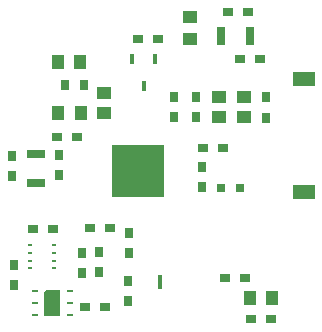
<source format=gbr>
G04 DipTrace 3.2.0.1*
G04 TopPaste.gbr*
%MOIN*%
G04 #@! TF.FileFunction,Paste,Top*
G04 #@! TF.Part,Single*
%AMOUTLINE2*
4,1,4,
-0.014807,-0.015708,
-0.014721,0.015788,
0.014807,0.015708,
0.014721,-0.015788,
-0.014807,-0.015708,
0*%
%AMOUTLINE5*
4,1,4,
0.035375,0.023708,
0.03549,-0.023535,
-0.035375,-0.023708,
-0.03549,0.023535,
0.035375,0.023708,
0*%
%AMOUTLINE8*
4,1,5,
0.025591,-0.043307,
-0.025591,-0.043307,
-0.025591,0.035771,
-0.018054,0.043307,
0.025591,0.043307,
0.025591,-0.043307,
0*%
%ADD69R,0.003937X0.004921*%
%ADD71R,0.004921X0.003937*%
%ADD73R,0.023622X0.007874*%
%ADD75R,0.017717X0.045276*%
%ADD77R,0.023622X0.003937*%
%ADD79R,0.011811X0.005906*%
%ADD81R,0.062992X0.031496*%
%ADD83O,0.017717X0.0*%
%ADD85O,0.0X0.017717*%
%ADD87R,0.177165X0.177165*%
%ADD89R,0.047244X0.03937*%
%ADD93R,0.031496X0.062992*%
%ADD95R,0.017717X0.033465*%
%ADD97R,0.022126X0.022126*%
%ADD99R,0.029528X0.031496*%
%ADD101R,0.049213X0.03937*%
%ADD105R,0.051181X0.043307*%
%ADD109R,0.035433X0.031496*%
%ADD111R,0.031496X0.035433*%
%ADD113R,0.043307X0.051181*%
%ADD118OUTLINE2*%
%ADD121OUTLINE5*%
%ADD124OUTLINE8*%
%FSLAX26Y26*%
G04*
G70*
G90*
G75*
G01*
G04 TopPaste*
%LPD*%
D113*
X-311820Y361811D3*
X-237017D3*
D111*
X75984Y180709D3*
Y247638D3*
X150394Y246850D3*
Y179921D3*
X383465Y244882D3*
Y177953D3*
D113*
X-310639Y194094D3*
X-235836D3*
D109*
X-315364Y112598D3*
X-248434D3*
X172432Y77165D3*
X239361D3*
D111*
X-306299Y-15354D3*
Y51575D3*
X-462992Y-15748D3*
Y51181D3*
X168888Y-54331D3*
Y12598D3*
D109*
X-205521Y-190157D3*
X-138592D3*
X-395669Y-192913D3*
X-328740D3*
D111*
X-459055Y-379921D3*
Y-312992D3*
X-78740Y-433858D3*
Y-366929D3*
D109*
X313780Y-357874D3*
X246850D3*
D113*
X329134Y-424409D3*
X403937D3*
D109*
X-220079Y-453150D3*
X-153150D3*
X333465Y-494882D3*
X400394D3*
D105*
X130315Y513386D3*
Y438583D3*
D118*
X-288189Y286220D3*
X-225197Y286047D3*
D101*
X-157490Y192913D3*
Y259843D3*
D99*
X231890Y-58268D3*
X294882D3*
D97*
X516929Y-66142D3*
D95*
X11417Y372835D3*
X-63386D3*
X-25984Y282283D3*
D109*
X255906Y528740D3*
X322835D3*
X-44488Y438189D3*
X22441D3*
X296850Y373228D3*
X363780D3*
D111*
X-75197Y-274016D3*
Y-207087D3*
X-173228Y-338583D3*
Y-271654D3*
X-231890Y-338976D3*
Y-272047D3*
D93*
X330315Y450000D3*
X231890D3*
D121*
X507874Y305118D3*
X508787Y-68898D3*
D89*
X310630Y180315D3*
X224016D3*
Y247244D3*
X310630D3*
D87*
X-45437Y-394D3*
D85*
X-132051Y118701D3*
X-116303D3*
X-100555D3*
X-84807D3*
X-69059D3*
X-53311D3*
X-37563D3*
X-21815D3*
X-6067D3*
X9681D3*
X25429D3*
X41177D3*
D83*
X73658Y86220D3*
Y70472D3*
Y54724D3*
Y38976D3*
Y23228D3*
Y7480D3*
Y-8268D3*
Y-24016D3*
Y-39764D3*
Y-55512D3*
Y-71260D3*
Y-87008D3*
D85*
X41177Y-119488D3*
X25429D3*
X9681D3*
X-6067D3*
X-21815D3*
X-37563D3*
X-53311D3*
X-69059D3*
X-84807D3*
X-100555D3*
X-116303D3*
X-132051D3*
D83*
X-164531Y-87008D3*
Y-71260D3*
Y-55512D3*
Y-39764D3*
Y-24016D3*
Y-8268D3*
Y7480D3*
Y23228D3*
Y38976D3*
Y54724D3*
Y70472D3*
Y86220D3*
D81*
X-384252Y56693D3*
Y-41732D3*
D79*
X-404724Y-274016D3*
Y-299606D3*
X-324016D3*
Y-274016D3*
X-404724Y-248425D3*
Y-325197D3*
X-324016D3*
Y-248425D3*
D77*
X74803Y-395276D3*
Y-369685D3*
Y-344094D3*
X-15748D3*
Y-369685D3*
Y-395276D3*
D75*
X29528Y-369685D3*
D73*
X-272441Y-400787D3*
Y-440157D3*
Y-479528D3*
X-386614Y-400787D3*
Y-440157D3*
Y-479528D3*
D124*
X-329528Y-440157D3*
D71*
X198819Y-441732D3*
Y-461417D3*
Y-481102D3*
Y-500787D3*
D69*
X218504D3*
X238189D3*
D71*
X257874D3*
Y-481102D3*
Y-461417D3*
Y-441732D3*
D69*
X238189D3*
X218504D3*
M02*

</source>
